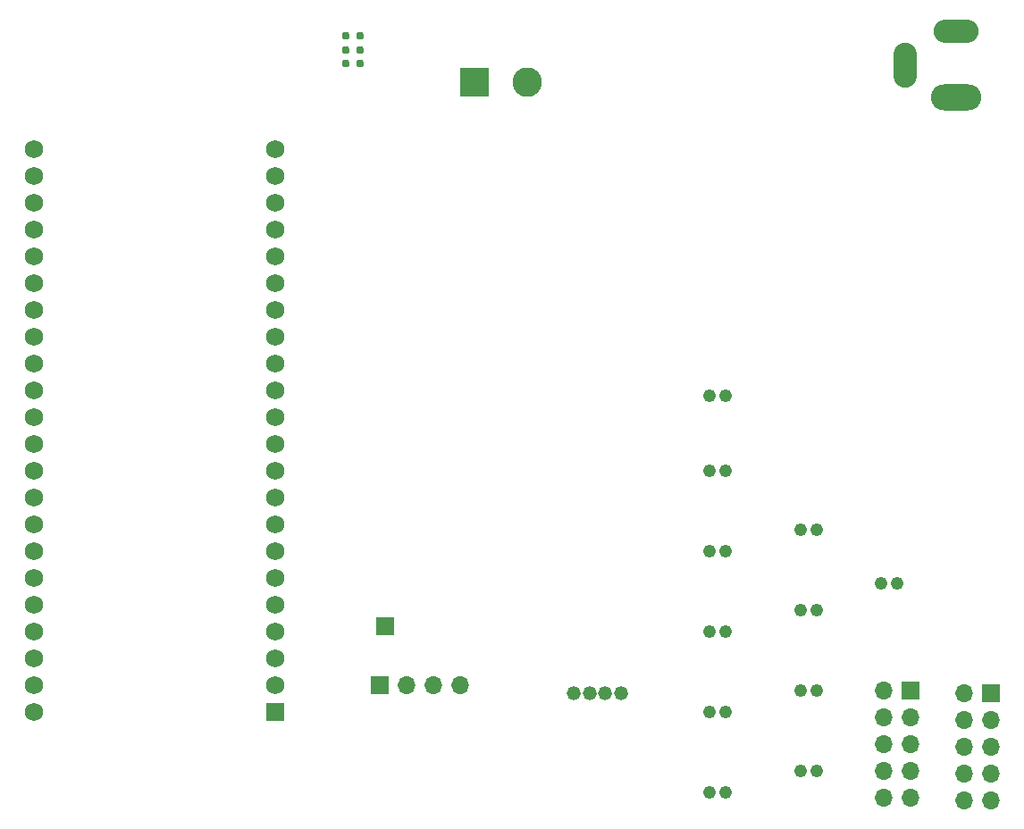
<source format=gbr>
%TF.GenerationSoftware,KiCad,Pcbnew,8.0.3*%
%TF.CreationDate,2024-08-26T23:53:34+05:30*%
%TF.ProjectId,Scout_Board,53636f75-745f-4426-9f61-72642e6b6963,rev?*%
%TF.SameCoordinates,Original*%
%TF.FileFunction,Soldermask,Bot*%
%TF.FilePolarity,Negative*%
%FSLAX46Y46*%
G04 Gerber Fmt 4.6, Leading zero omitted, Abs format (unit mm)*
G04 Created by KiCad (PCBNEW 8.0.3) date 2024-08-26 23:53:34*
%MOMM*%
%LPD*%
G01*
G04 APERTURE LIST*
G04 Aperture macros list*
%AMRoundRect*
0 Rectangle with rounded corners*
0 $1 Rounding radius*
0 $2 $3 $4 $5 $6 $7 $8 $9 X,Y pos of 4 corners*
0 Add a 4 corners polygon primitive as box body*
4,1,4,$2,$3,$4,$5,$6,$7,$8,$9,$2,$3,0*
0 Add four circle primitives for the rounded corners*
1,1,$1+$1,$2,$3*
1,1,$1+$1,$4,$5*
1,1,$1+$1,$6,$7*
1,1,$1+$1,$8,$9*
0 Add four rect primitives between the rounded corners*
20,1,$1+$1,$2,$3,$4,$5,0*
20,1,$1+$1,$4,$5,$6,$7,0*
20,1,$1+$1,$6,$7,$8,$9,0*
20,1,$1+$1,$8,$9,$2,$3,0*%
G04 Aperture macros list end*
%ADD10C,1.244600*%
%ADD11R,1.700000X1.700000*%
%ADD12O,1.700000X1.700000*%
%ADD13RoundRect,0.102000X0.765000X0.765000X-0.765000X0.765000X-0.765000X-0.765000X0.765000X-0.765000X0*%
%ADD14C,1.734000*%
%ADD15R,2.800000X2.800000*%
%ADD16C,2.800000*%
%ADD17C,1.320800*%
%ADD18O,4.764000X2.484000*%
%ADD19O,2.229000X4.254000*%
%ADD20O,4.254000X2.229000*%
%ADD21C,0.770000*%
G04 APERTURE END LIST*
D10*
%TO.C,Conn11*%
X211859999Y-147320000D03*
X213360000Y-147320000D03*
%TD*%
%TO.C,Conn12*%
X211859999Y-139700000D03*
X213360000Y-139700000D03*
%TD*%
D11*
%TO.C,J6*%
X222270000Y-154970000D03*
D12*
X219730000Y-154970000D03*
X222270000Y-157510000D03*
X219730000Y-157510000D03*
X222270000Y-160050000D03*
X219730000Y-160050000D03*
X222270000Y-162590000D03*
X219730000Y-162590000D03*
X222270000Y-165130000D03*
X219730000Y-165130000D03*
%TD*%
D13*
%TO.C,U2*%
X162014500Y-156970000D03*
D14*
X162014500Y-154430000D03*
X162014500Y-151890000D03*
X162014500Y-149350000D03*
X162014500Y-146810000D03*
X162014500Y-144270000D03*
X162014500Y-141730000D03*
X162014500Y-139190000D03*
X162014500Y-136650000D03*
X162014500Y-134110000D03*
X162014500Y-131570000D03*
X162014500Y-129030000D03*
X162014500Y-126490000D03*
X162014500Y-123950000D03*
X162014500Y-121410000D03*
X162014500Y-118870000D03*
X162014500Y-116330000D03*
X162014500Y-113790000D03*
X162014500Y-111250000D03*
X162014500Y-108710000D03*
X162014500Y-106170000D03*
X162014500Y-103630000D03*
X139154500Y-156970000D03*
X139154500Y-154430000D03*
X139154500Y-151890000D03*
X139154500Y-149350000D03*
X139154500Y-146810000D03*
X139154500Y-144270000D03*
X139154500Y-141730000D03*
X139154500Y-139190000D03*
X139154500Y-136650000D03*
X139154500Y-134110000D03*
X139154500Y-131570000D03*
X139154500Y-129030000D03*
X139154500Y-126490000D03*
X139154500Y-123950000D03*
X139154500Y-121410000D03*
X139154500Y-118870000D03*
X139154500Y-116330000D03*
X139154500Y-113790000D03*
X139154500Y-111250000D03*
X139154500Y-108710000D03*
X139154500Y-106170000D03*
X139154500Y-103630000D03*
%TD*%
D11*
%TO.C,J5*%
X229870000Y-155194000D03*
D12*
X227330000Y-155194000D03*
X229870000Y-157734000D03*
X227330000Y-157734000D03*
X229870000Y-160274000D03*
X227330000Y-160274000D03*
X229870000Y-162814000D03*
X227330000Y-162814000D03*
X229870000Y-165354000D03*
X227330000Y-165354000D03*
%TD*%
D10*
%TO.C,Conn10*%
X211859999Y-154940000D03*
X213360000Y-154940000D03*
%TD*%
%TO.C,Conn4*%
X203200000Y-134088001D03*
X204700001Y-134088001D03*
%TD*%
%TO.C,Conn9*%
X211859999Y-162560000D03*
X213360000Y-162560000D03*
%TD*%
D11*
%TO.C,J1*%
X172466000Y-148844000D03*
%TD*%
D10*
%TO.C,Conn1*%
X203200000Y-127000000D03*
X204700001Y-127000000D03*
%TD*%
%TO.C,Conn6*%
X203200000Y-149328001D03*
X204700001Y-149328001D03*
%TD*%
D15*
%TO.C,J4*%
X180928000Y-97282000D03*
D16*
X185928000Y-97282000D03*
%TD*%
D17*
%TO.C,Conn7*%
X194818000Y-155194000D03*
X193318001Y-155194000D03*
X191817999Y-155194000D03*
X190317999Y-155194000D03*
%TD*%
D10*
%TO.C,Conn8*%
X219479999Y-144780000D03*
X220980000Y-144780000D03*
%TD*%
D11*
%TO.C,J2*%
X171958000Y-154432000D03*
D12*
X174498000Y-154432000D03*
X177038000Y-154432000D03*
X179578000Y-154432000D03*
%TD*%
D10*
%TO.C,Conn2*%
X203200000Y-164568001D03*
X204700001Y-164568001D03*
%TD*%
D18*
%TO.C,J3*%
X226568000Y-98706000D03*
D19*
X221768000Y-95706000D03*
D20*
X226568000Y-92456000D03*
%TD*%
D10*
%TO.C,Conn3*%
X203200000Y-156948001D03*
X204700001Y-156948001D03*
%TD*%
D21*
%TO.C,U1*%
X168768000Y-92934000D03*
X168768000Y-94234000D03*
X168768000Y-95534000D03*
X170068000Y-92934000D03*
X170068000Y-94234000D03*
X170068000Y-95534000D03*
%TD*%
D10*
%TO.C,Conn5*%
X203200000Y-141708001D03*
X204700001Y-141708001D03*
%TD*%
M02*

</source>
